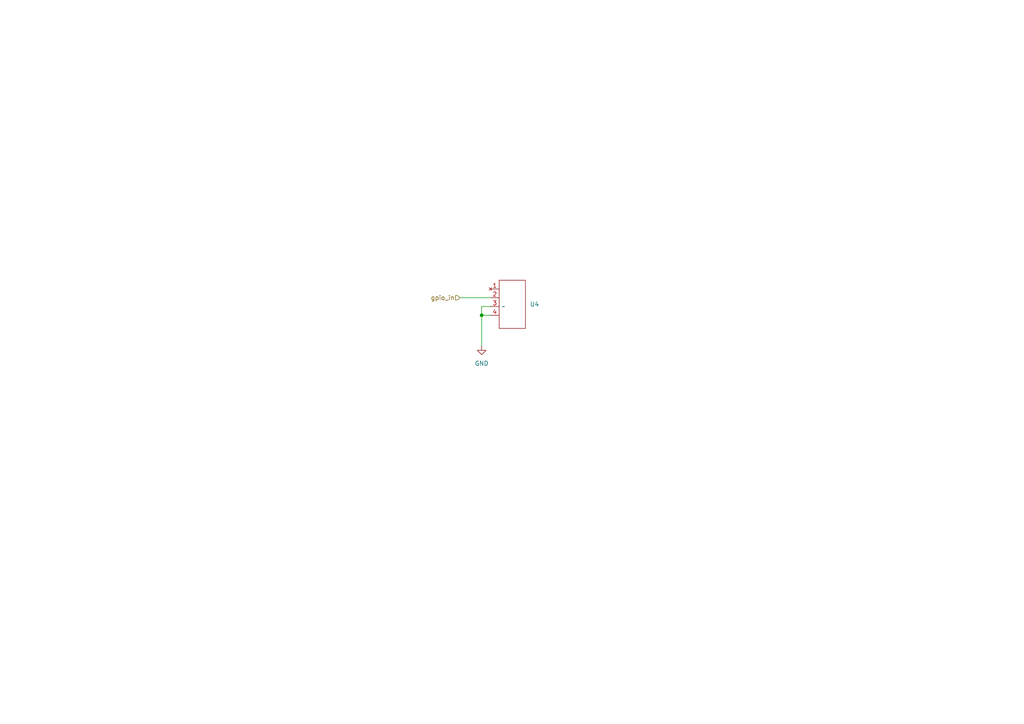
<source format=kicad_sch>
(kicad_sch (version 20230121) (generator eeschema)
  (paper "A4")
  (lib_symbols
    (symbol "cdog_symbols:Tactile_Button_C2888437"
      (property "Reference" "U" (at 0 0 0))
      (property "LCSC" "C221902" (at 2.54 -5.08 0))
      (symbol "Tactile_Button_C2888437_0_1"
        (rectangle (start -1.27 7.62) (end 6.35 -6.35))
      )
      (symbol "Tactile_Button_C2888437_1_1"
        (pin no_connect line (at -3.81 5.08 0) (length 2.54) (name "") (number "1"))
        (pin input line (at -3.81 2.54 0) (length 2.54) (name "") (number "2"))
        (pin input line (at -3.81 0 0) (length 2.54) (name "") (number "3"))
        (pin input line (at -3.81 -2.54 0) (length 2.54) (name "") (number "4"))
      )
    )
    (symbol "power:GND" (power) (pin_names (offset 0))
      (property "Value" "GND" (at 0 -3.81 0))
      (symbol "GND_0_1"
        (polyline (pts (xy 0 0) (xy 0 -1.27) (xy 1.27 -1.27) (xy 0 -2.54) (xy -1.27 -1.27) (xy 0 -1.27)))
      )
      (symbol "GND_1_1"
        (pin power_in line (at 0 0 270) (length 0) hide (name "GND") (number "1"))
      )
    )
  )
  (junction (at 139.7 91.44))
  (wire (pts (xy 133.35 86.36) (xy 142.24 86.36)))
  (wire (pts (xy 139.7 88.9) (xy 139.7 91.44)))
  (wire (pts (xy 139.7 91.44) (xy 139.7 100.33)))
  (wire (pts (xy 142.24 88.9) (xy 139.7 88.9)))
  (wire (pts (xy 139.7 91.44) (xy 142.24 91.44)))
  (hierarchical_label "gpio_in" (shape input) (at 133.35 86.36 180))
  (symbol (lib_id "cdog_symbols:Tactile_Button_C2888437") (at 146.05 88.9 0) (unit 1)
    (property "Reference" "U4" (at 153.67 88.265 0) (effects (justify left)))
    (property "Value" "~" (at 146.05 88.9 0))
    (property "Footprint" "cdog:Game_Conn_Button_C221902" (effects hide))
    (property "LCSC" "C221902" (effects hide))
  )
  (symbol (lib_id "power:GND") (at 139.7 100.33 0) (unit 1)
    (property "Reference" "#PWR019" (effects hide))
    (property "Value" "GND" (at 139.7 105.41 0))
  )
)
</source>
